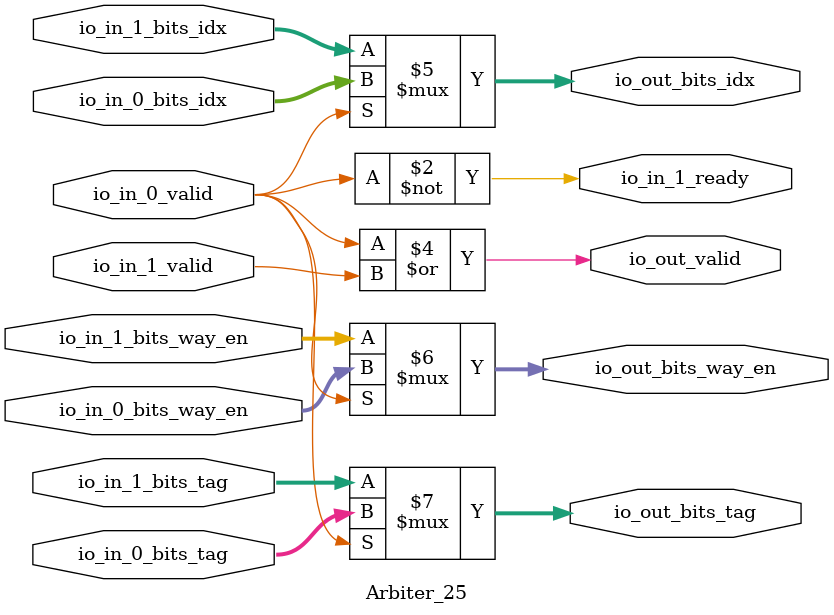
<source format=v>
module Arbiter_25(
  input         io_in_0_valid,
  input  [5:0]  io_in_0_bits_idx,
  input  [7:0]  io_in_0_bits_way_en,
  input  [23:0] io_in_0_bits_tag,
  output        io_in_1_ready,
  input         io_in_1_valid,
  input  [5:0]  io_in_1_bits_idx,
  input  [7:0]  io_in_1_bits_way_en,
  input  [23:0] io_in_1_bits_tag,
  output        io_out_valid,
  output [5:0]  io_out_bits_idx,
  output [7:0]  io_out_bits_way_en,
  output [23:0] io_out_bits_tag
);
  wire  grant_1 = ~io_in_0_valid; // @[Arbiter.scala 46:78]
  assign io_in_1_ready = ~io_in_0_valid; // @[Arbiter.scala 46:78]
  assign io_out_valid = ~grant_1 | io_in_1_valid; // @[Arbiter.scala 150:31]
  assign io_out_bits_idx = io_in_0_valid ? io_in_0_bits_idx : io_in_1_bits_idx; // @[Arbiter.scala 139:15 141:26 143:19]
  assign io_out_bits_way_en = io_in_0_valid ? io_in_0_bits_way_en : io_in_1_bits_way_en; // @[Arbiter.scala 139:15 141:26 143:19]
  assign io_out_bits_tag = io_in_0_valid ? io_in_0_bits_tag : io_in_1_bits_tag; // @[Arbiter.scala 139:15 141:26 143:19]
endmodule


</source>
